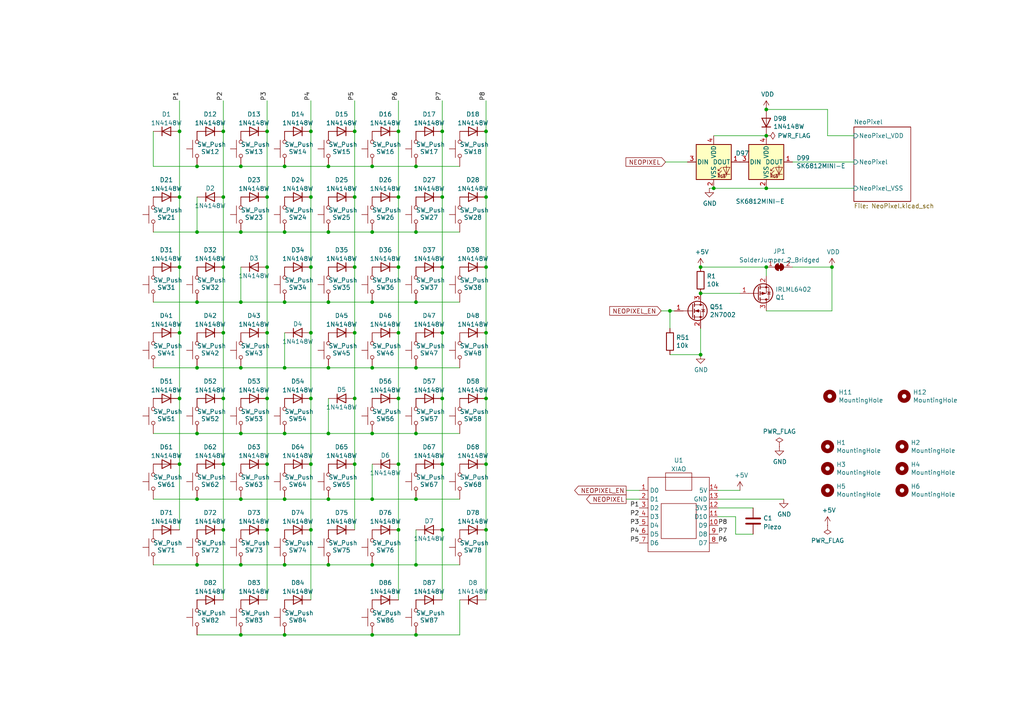
<source format=kicad_sch>
(kicad_sch (version 20211123) (generator eeschema)
  (paper "A4")
  (lib_symbols
    (symbol "Device:C" (pin_numbers hide) (pin_names (offset 0.254))
      (property "Reference" "C" (at 0.635 2.54 0))
      (property "Value" "C" (at 0.635 -2.54 0))
      (symbol "C_1_1"
        (pin passive line (at 0 3.81 270) (length 2.794) (name "~") (number "1"))
        (pin passive line (at 0 -3.81 90) (length 2.794) (name "~") (number "2"))
      )
    )
    (symbol "Device:D" (pin_numbers hide) (pin_names (offset 1.016) hide)
      (property "Reference" "D" (at 0 2.54 0))
      (property "Value" "D" (at 0 -2.54 0))
      (symbol "D_1_1"
        (pin passive line (at -3.81 0 0) (length 2.54) (name "K") (number "1"))
        (pin passive line (at 3.81 0 180) (length 2.54) (name "A") (number "2"))
      )
    )
    (symbol "Device:R" (pin_numbers hide) (pin_names (offset 0))
      (property "Reference" "R" (at 2.032 0 90))
      (property "Value" "R" (at 0 0 90))
      (symbol "R_1_1"
        (pin passive line (at 0 3.81 270) (length 1.27) (name "~") (number "1"))
        (pin passive line (at 0 -3.81 90) (length 1.27) (name "~") (number "2"))
      )
    )
    (symbol "Jumper:SolderJumper_2_Bridged" (pin_names (offset 0) hide)
      (property "Reference" "JP" (at 0 2.032 0))
      (property "Value" "SolderJumper_2_Bridged" (at 0 -2.54 0))
      (symbol "SolderJumper_2_Bridged_1_1"
        (pin passive line (at -3.81 0 0) (length 2.54) (name "A") (number "1"))
        (pin passive line (at 3.81 0 180) (length 2.54) (name "B") (number "2"))
      )
    )
    (symbol "Mechanical:MountingHole" (pin_names (offset 1.016))
      (property "Reference" "H" (at 0 5.08 0))
      (property "Value" "MountingHole" (at 0 3.175 0))
    )
    (symbol "SK6812MINI-E:SK6812MINI-E" (pin_names (offset 0.254))
      (property "Reference" "D" (at 5.08 5.715 0))
      (property "Value" "SK6812MINI-E" (at -7.62 -15.875 0))
      (symbol "SK6812MINI-E_0_0"
        (text "RGB" (at 2.286 -4.191 0) (effects (font (size 0.762 0.762))))
      )
      (symbol "SK6812MINI-E_1_1"
        (pin output line (at 7.62 0 180) (length 2.54) (name "DOUT") (number "1"))
        (pin power_in line (at 0 -7.62 90) (length 2.54) (name "VSS") (number "2"))
        (pin input line (at -7.62 0 0) (length 2.54) (name "DIN") (number "3"))
        (pin power_in line (at 0 7.62 270) (length 2.54) (name "VDD") (number "4"))
      )
    )
    (symbol "SK6812MINI-E_1" (pin_names (offset 0.254))
      (property "Reference" "D" (at 5.08 5.715 0))
      (property "Value" "SK6812MINI-E_1" (at -7.62 -15.875 0))
      (symbol "SK6812MINI-E_1_0_0"
        (text "RGB" (at 2.286 -4.191 0) (effects (font (size 0.762 0.762))))
      )
      (symbol "SK6812MINI-E_1_1_1"
        (pin output line (at 7.62 0 180) (length 2.54) (name "DOUT") (number "1"))
        (pin power_in line (at 0 -7.62 90) (length 2.54) (name "VSS") (number "2"))
        (pin input line (at -7.62 0 0) (length 2.54) (name "DIN") (number "3"))
        (pin power_in line (at 0 7.62 270) (length 2.54) (name "VDD") (number "4"))
      )
    )
    (symbol "Switch:SW_Push" (pin_numbers hide) (pin_names (offset 1.016) hide)
      (property "Reference" "SW" (at 1.27 2.54 0))
      (property "Value" "SW_Push" (at 0 -1.524 0))
      (symbol "SW_Push_0_1"
        (pin passive line (at -5.08 0 0) (length 2.54) (name "1") (number "1"))
        (pin passive line (at 5.08 0 180) (length 2.54) (name "2") (number "2"))
      )
    )
    (symbol "Transistor_FET:2N7002K" (pin_names hide)
      (property "Reference" "Q" (at 5.08 1.905 0))
      (property "Value" "2N7002K" (at 5.08 0 0))
      (symbol "2N7002K_1_1"
        (pin input line (at -5.08 0 0) (length 2.54) (name "G") (number "1"))
        (pin passive line (at 2.54 -5.08 90) (length 2.54) (name "S") (number "2"))
        (pin passive line (at 2.54 5.08 270) (length 2.54) (name "D") (number "3"))
      )
    )
    (symbol "Transistor_FET:IRLML6402" (pin_names hide)
      (property "Reference" "Q" (at 5.08 1.905 0))
      (property "Value" "IRLML6402" (at 5.08 0 0))
      (symbol "IRLML6402_1_1"
        (pin input line (at -5.08 0 0) (length 2.54) (name "G") (number "1"))
        (pin passive line (at 2.54 -5.08 90) (length 2.54) (name "S") (number "2"))
        (pin passive line (at 2.54 5.08 270) (length 2.54) (name "D") (number "3"))
      )
    )
    (symbol "power:+5V" (power) (pin_names (offset 0))
      (property "Value" "+5V" (at 0 3.556 0))
      (symbol "+5V_1_1"
        (pin power_in line (at 0 0 90) (length 0) hide (name "+5V") (number "1"))
      )
    )
    (symbol "power:GND" (power) (pin_names (offset 0))
      (property "Value" "GND" (at 0 -3.81 0))
      (symbol "GND_1_1"
        (pin power_in line (at 0 0 270) (length 0) hide (name "GND") (number "1"))
      )
    )
    (symbol "power:PWR_FLAG" (power) (pin_numbers hide) (pin_names (offset 0) hide)
      (property "Value" "PWR_FLAG" (at 0 3.81 0))
      (symbol "PWR_FLAG_0_0"
        (pin power_out line (at 0 0 90) (length 0) (name "pwr") (number "1"))
      )
    )
    (symbol "power:VDD" (power) (pin_names (offset 0))
      (property "Value" "VDD" (at 0 3.81 0))
      (symbol "VDD_1_1"
        (pin power_in line (at 0 0 90) (length 0) hide (name "VDD") (number "1"))
      )
    )
    (symbol "seeed_xiao:XIAO"
      (property "Reference" "U" (at 0 -7.62 0))
      (property "Value" "XIAO" (at 0 -2.54 0))
      (symbol "XIAO_1_1"
        (pin passive line (at -11.43 3.81 0) (length 2.54) (name "D0") (number "1"))
        (pin passive line (at 11.43 -6.35 180) (length 2.54) (name "D9") (number "10"))
        (pin passive line (at 11.43 -3.81 180) (length 2.54) (name "D10") (number "11"))
        (pin passive line (at 11.43 -1.27 180) (length 2.54) (name "3V3") (number "12"))
        (pin passive line (at 11.43 1.27 180) (length 2.54) (name "GND") (number "13"))
        (pin passive line (at 11.43 3.81 180) (length 2.54) (name "5V") (number "14"))
        (pin passive line (at -11.43 1.27 0) (length 2.54) (name "D1") (number "2"))
        (pin passive line (at -11.43 -1.27 0) (length 2.54) (name "D2") (number "3"))
        (pin passive line (at -11.43 -3.81 0) (length 2.54) (name "D3") (number "4"))
        (pin passive line (at -11.43 -6.35 0) (length 2.54) (name "D4") (number "5"))
        (pin passive line (at -11.43 -8.89 0) (length 2.54) (name "D5") (number "6"))
        (pin passive line (at -11.43 -11.43 0) (length 2.54) (name "D6") (number "7"))
        (pin passive line (at 11.43 -11.43 180) (length 2.54) (name "D7") (number "8"))
        (pin passive line (at 11.43 -8.89 180) (length 2.54) (name "D8") (number "9"))
      )
    )
  )
  (junction (at 69.85 144.78))
  (junction (at 140.97 115.57))
  (junction (at 57.15 144.78))
  (junction (at 52.07 96.52))
  (junction (at 52.07 134.62))
  (junction (at 140.97 153.67))
  (junction (at 102.87 77.47))
  (junction (at 69.85 184.15))
  (junction (at 69.85 87.63))
  (junction (at 57.15 67.31))
  (junction (at 120.65 184.15))
  (junction (at 102.87 96.52))
  (junction (at 57.15 125.73))
  (junction (at 203.2 85.09))
  (junction (at 120.65 144.78))
  (junction (at 95.25 125.73))
  (junction (at 120.65 87.63))
  (junction (at 69.85 125.73))
  (junction (at 77.47 115.57))
  (junction (at 77.47 153.67))
  (junction (at 77.47 96.52))
  (junction (at 52.07 57.15))
  (junction (at 115.57 38.1))
  (junction (at 52.07 38.1))
  (junction (at 82.55 163.83))
  (junction (at 140.97 134.62))
  (junction (at 102.87 115.57))
  (junction (at 140.97 96.52))
  (junction (at 115.57 57.15))
  (junction (at 69.85 163.83))
  (junction (at 222.25 54.61))
  (junction (at 64.77 96.52))
  (junction (at 128.27 96.52))
  (junction (at 82.55 67.31))
  (junction (at 120.65 106.68))
  (junction (at 69.85 48.26))
  (junction (at 128.27 77.47))
  (junction (at 57.15 48.26))
  (junction (at 95.25 106.68))
  (junction (at 140.97 77.47))
  (junction (at 57.15 87.63))
  (junction (at 102.87 38.1))
  (junction (at 95.25 144.78))
  (junction (at 82.55 106.68))
  (junction (at 90.17 134.62))
  (junction (at 107.95 67.31))
  (junction (at 120.65 48.26))
  (junction (at 128.27 115.57))
  (junction (at 107.95 184.15))
  (junction (at 128.27 38.1))
  (junction (at 90.17 115.57))
  (junction (at 140.97 57.15))
  (junction (at 82.55 144.78))
  (junction (at 52.07 77.47))
  (junction (at 194.31 90.17))
  (junction (at 77.47 77.47))
  (junction (at 107.95 125.73))
  (junction (at 95.25 67.31))
  (junction (at 203.2 102.87))
  (junction (at 120.65 67.31))
  (junction (at 82.55 125.73))
  (junction (at 82.55 184.15))
  (junction (at 203.2 77.47))
  (junction (at 52.07 115.57))
  (junction (at 90.17 153.67))
  (junction (at 77.47 134.62))
  (junction (at 140.97 38.1))
  (junction (at 107.95 87.63))
  (junction (at 64.77 38.1))
  (junction (at 107.95 106.68))
  (junction (at 64.77 115.57))
  (junction (at 95.25 48.26))
  (junction (at 102.87 134.62))
  (junction (at 64.77 153.67))
  (junction (at 115.57 134.62))
  (junction (at 82.55 48.26))
  (junction (at 90.17 57.15))
  (junction (at 241.3 77.47))
  (junction (at 69.85 67.31))
  (junction (at 64.77 57.15))
  (junction (at 95.25 87.63))
  (junction (at 57.15 106.68))
  (junction (at 115.57 77.47))
  (junction (at 128.27 57.15))
  (junction (at 90.17 38.1))
  (junction (at 64.77 77.47))
  (junction (at 102.87 57.15))
  (junction (at 120.65 163.83))
  (junction (at 222.25 77.47))
  (junction (at 69.85 106.68))
  (junction (at 207.01 54.61))
  (junction (at 77.47 57.15))
  (junction (at 115.57 115.57))
  (junction (at 128.27 134.62))
  (junction (at 90.17 77.47))
  (junction (at 222.25 31.75))
  (junction (at 77.47 38.1))
  (junction (at 128.27 153.67))
  (junction (at 115.57 153.67))
  (junction (at 115.57 96.52))
  (junction (at 107.95 144.78))
  (junction (at 57.15 163.83))
  (junction (at 222.25 39.37))
  (junction (at 95.25 163.83))
  (junction (at 90.17 96.52))
  (junction (at 107.95 163.83))
  (junction (at 120.65 125.73))
  (junction (at 107.95 48.26))
  (junction (at 82.55 87.63))
  (junction (at 64.77 134.62))
  (wire (pts (xy 57.15 144.78) (xy 69.85 144.78)))
  (wire (pts (xy 57.15 163.83) (xy 69.85 163.83)))
  (wire (pts (xy 120.65 163.83) (xy 133.35 163.83)))
  (wire (pts (xy 57.15 67.31) (xy 69.85 67.31)))
  (wire (pts (xy 140.97 134.62) (xy 140.97 153.67)))
  (wire (pts (xy 213.36 154.94) (xy 218.44 154.94)))
  (wire (pts (xy 102.87 77.47) (xy 102.87 96.52)))
  (wire (pts (xy 240.03 31.75) (xy 240.03 39.37)))
  (wire (pts (xy 115.57 115.57) (xy 115.57 134.62)))
  (wire (pts (xy 44.45 163.83) (xy 57.15 163.83)))
  (wire (pts (xy 95.25 115.57) (xy 95.25 125.73)))
  (wire (pts (xy 140.97 57.15) (xy 140.97 77.47)))
  (wire (pts (xy 115.57 77.47) (xy 115.57 96.52)))
  (wire (pts (xy 107.95 87.63) (xy 120.65 87.63)))
  (wire (pts (xy 207.01 54.61) (xy 222.25 54.61)))
  (wire (pts (xy 203.2 85.09) (xy 214.63 85.09)))
  (wire (pts (xy 102.87 29.21) (xy 102.87 38.1)))
  (wire (pts (xy 77.47 77.47) (xy 77.47 96.52)))
  (wire (pts (xy 90.17 77.47) (xy 90.17 96.52)))
  (wire (pts (xy 107.95 134.62) (xy 107.95 144.78)))
  (wire (pts (xy 115.57 134.62) (xy 115.57 153.67)))
  (wire (pts (xy 44.45 67.31) (xy 57.15 67.31)))
  (wire (pts (xy 115.57 57.15) (xy 115.57 77.47)))
  (wire (pts (xy 90.17 29.21) (xy 90.17 38.1)))
  (wire (pts (xy 229.87 46.99) (xy 247.65 46.99)))
  (wire (pts (xy 57.15 87.63) (xy 69.85 87.63)))
  (wire (pts (xy 208.28 147.32) (xy 218.44 147.32)))
  (wire (pts (xy 115.57 38.1) (xy 115.57 57.15)))
  (wire (pts (xy 77.47 115.57) (xy 77.47 134.62)))
  (wire (pts (xy 194.31 90.17) (xy 191.77 90.17)))
  (wire (pts (xy 95.25 125.73) (xy 107.95 125.73)))
  (wire (pts (xy 52.07 29.21) (xy 52.07 38.1)))
  (wire (pts (xy 107.95 125.73) (xy 120.65 125.73)))
  (wire (pts (xy 208.28 149.86) (xy 213.36 149.86)))
  (wire (pts (xy 107.95 106.68) (xy 120.65 106.68)))
  (wire (pts (xy 120.65 144.78) (xy 133.35 144.78)))
  (wire (pts (xy 120.65 67.31) (xy 133.35 67.31)))
  (wire (pts (xy 213.36 149.86) (xy 213.36 154.94)))
  (wire (pts (xy 207.01 39.37) (xy 222.25 39.37)))
  (wire (pts (xy 69.85 48.26) (xy 57.15 48.26)))
  (wire (pts (xy 44.45 125.73) (xy 57.15 125.73)))
  (wire (pts (xy 52.07 77.47) (xy 52.07 96.52)))
  (wire (pts (xy 229.87 77.47) (xy 241.3 77.47)))
  (wire (pts (xy 82.55 184.15) (xy 107.95 184.15)))
  (wire (pts (xy 107.95 144.78) (xy 120.65 144.78)))
  (wire (pts (xy 208.28 144.78) (xy 227.33 144.78)))
  (wire (pts (xy 120.65 87.63) (xy 133.35 87.63)))
  (wire (pts (xy 107.95 67.31) (xy 120.65 67.31)))
  (wire (pts (xy 82.55 125.73) (xy 95.25 125.73)))
  (wire (pts (xy 208.28 142.24) (xy 214.63 142.24)))
  (wire (pts (xy 64.77 96.52) (xy 64.77 115.57)))
  (wire (pts (xy 95.25 87.63) (xy 107.95 87.63)))
  (wire (pts (xy 193.04 46.99) (xy 199.39 46.99)))
  (wire (pts (xy 222.25 90.17) (xy 241.3 90.17)))
  (wire (pts (xy 69.85 67.31) (xy 82.55 67.31)))
  (wire (pts (xy 120.65 106.68) (xy 133.35 106.68)))
  (wire (pts (xy 82.55 87.63) (xy 95.25 87.63)))
  (wire (pts (xy 128.27 77.47) (xy 128.27 96.52)))
  (wire (pts (xy 203.2 95.25) (xy 203.2 102.87)))
  (wire (pts (xy 64.77 115.57) (xy 64.77 134.62)))
  (wire (pts (xy 69.85 184.15) (xy 82.55 184.15)))
  (wire (pts (xy 69.85 163.83) (xy 82.55 163.83)))
  (wire (pts (xy 57.15 184.15) (xy 69.85 184.15)))
  (wire (pts (xy 120.65 153.67) (xy 120.65 163.83)))
  (wire (pts (xy 69.85 77.47) (xy 69.85 87.63)))
  (wire (pts (xy 120.65 125.73) (xy 133.35 125.73)))
  (wire (pts (xy 64.77 77.47) (xy 64.77 96.52)))
  (wire (pts (xy 64.77 38.1) (xy 64.77 57.15)))
  (wire (pts (xy 95.25 144.78) (xy 107.95 144.78)))
  (wire (pts (xy 222.25 54.61) (xy 247.65 54.61)))
  (wire (pts (xy 203.2 102.87) (xy 194.31 102.87)))
  (wire (pts (xy 77.47 57.15) (xy 77.47 77.47)))
  (wire (pts (xy 102.87 96.52) (xy 102.87 115.57)))
  (wire (pts (xy 140.97 77.47) (xy 140.97 96.52)))
  (wire (pts (xy 82.55 96.52) (xy 82.55 106.68)))
  (wire (pts (xy 57.15 125.73) (xy 69.85 125.73)))
  (wire (pts (xy 52.07 57.15) (xy 52.07 77.47)))
  (wire (pts (xy 128.27 38.1) (xy 128.27 57.15)))
  (wire (pts (xy 90.17 96.52) (xy 90.17 115.57)))
  (wire (pts (xy 82.55 106.68) (xy 95.25 106.68)))
  (wire (pts (xy 102.87 38.1) (xy 102.87 57.15)))
  (wire (pts (xy 205.74 54.61) (xy 207.01 54.61)))
  (wire (pts (xy 52.07 38.1) (xy 52.07 57.15)))
  (wire (pts (xy 102.87 57.15) (xy 102.87 77.47)))
  (wire (pts (xy 57.15 57.15) (xy 57.15 67.31)))
  (wire (pts (xy 52.07 134.62) (xy 52.07 153.67)))
  (wire (pts (xy 69.85 87.63) (xy 82.55 87.63)))
  (wire (pts (xy 115.57 29.21) (xy 115.57 38.1)))
  (wire (pts (xy 64.77 57.15) (xy 64.77 77.47)))
  (wire (pts (xy 90.17 153.67) (xy 90.17 173.99)))
  (wire (pts (xy 195.58 90.17) (xy 194.31 90.17)))
  (wire (pts (xy 241.3 90.17) (xy 241.3 77.47)))
  (wire (pts (xy 69.85 125.73) (xy 82.55 125.73)))
  (wire (pts (xy 95.25 106.68) (xy 107.95 106.68)))
  (wire (pts (xy 64.77 29.21) (xy 64.77 38.1)))
  (wire (pts (xy 44.45 87.63) (xy 57.15 87.63)))
  (wire (pts (xy 95.25 67.31) (xy 107.95 67.31)))
  (wire (pts (xy 82.55 163.83) (xy 95.25 163.83)))
  (wire (pts (xy 128.27 153.67) (xy 128.27 134.62)))
  (wire (pts (xy 133.35 184.15) (xy 120.65 184.15)))
  (wire (pts (xy 102.87 134.62) (xy 102.87 153.67)))
  (wire (pts (xy 77.47 134.62) (xy 77.47 153.67)))
  (wire (pts (xy 107.95 163.83) (xy 120.65 163.83)))
  (wire (pts (xy 64.77 153.67) (xy 64.77 173.99)))
  (wire (pts (xy 77.47 153.67) (xy 77.47 173.99)))
  (wire (pts (xy 90.17 38.1) (xy 90.17 57.15)))
  (wire (pts (xy 140.97 29.21) (xy 140.97 38.1)))
  (wire (pts (xy 90.17 115.57) (xy 90.17 134.62)))
  (wire (pts (xy 181.61 144.78) (xy 185.42 144.78)))
  (wire (pts (xy 52.07 115.57) (xy 52.07 134.62)))
  (wire (pts (xy 115.57 153.67) (xy 115.57 173.99)))
  (wire (pts (xy 120.65 184.15) (xy 107.95 184.15)))
  (wire (pts (xy 115.57 96.52) (xy 115.57 115.57)))
  (wire (pts (xy 120.65 48.26) (xy 133.35 48.26)))
  (wire (pts (xy 77.47 96.52) (xy 77.47 115.57)))
  (wire (pts (xy 240.03 39.37) (xy 247.65 39.37)))
  (wire (pts (xy 57.15 48.26) (xy 44.45 48.26)))
  (wire (pts (xy 128.27 96.52) (xy 128.27 115.57)))
  (wire (pts (xy 140.97 96.52) (xy 140.97 115.57)))
  (wire (pts (xy 82.55 144.78) (xy 95.25 144.78)))
  (wire (pts (xy 140.97 115.57) (xy 140.97 134.62)))
  (wire (pts (xy 44.45 144.78) (xy 57.15 144.78)))
  (wire (pts (xy 90.17 57.15) (xy 90.17 77.47)))
  (wire (pts (xy 181.61 142.24) (xy 185.42 142.24)))
  (wire (pts (xy 90.17 134.62) (xy 90.17 153.67)))
  (wire (pts (xy 107.95 48.26) (xy 95.25 48.26)))
  (wire (pts (xy 82.55 48.26) (xy 69.85 48.26)))
  (wire (pts (xy 133.35 173.99) (xy 133.35 184.15)))
  (wire (pts (xy 140.97 153.67) (xy 140.97 173.99)))
  (wire (pts (xy 64.77 134.62) (xy 64.77 153.67)))
  (wire (pts (xy 77.47 38.1) (xy 77.47 57.15)))
  (wire (pts (xy 128.27 115.57) (xy 128.27 134.62)))
  (wire (pts (xy 128.27 29.21) (xy 128.27 38.1)))
  (wire (pts (xy 95.25 48.26) (xy 82.55 48.26)))
  (wire (pts (xy 120.65 48.26) (xy 107.95 48.26)))
  (wire (pts (xy 44.45 48.26) (xy 44.45 38.1)))
  (wire (pts (xy 69.85 144.78) (xy 82.55 144.78)))
  (wire (pts (xy 77.47 29.21) (xy 77.47 38.1)))
  (wire (pts (xy 194.31 95.25) (xy 194.31 90.17)))
  (wire (pts (xy 222.25 31.75) (xy 240.03 31.75)))
  (wire (pts (xy 128.27 153.67) (xy 128.27 173.99)))
  (wire (pts (xy 44.45 106.68) (xy 57.15 106.68)))
  (wire (pts (xy 102.87 115.57) (xy 102.87 134.62)))
  (wire (pts (xy 52.07 96.52) (xy 52.07 115.57)))
  (wire (pts (xy 140.97 38.1) (xy 140.97 57.15)))
  (wire (pts (xy 128.27 57.15) (xy 128.27 77.47)))
  (wire (pts (xy 203.2 77.47) (xy 222.25 77.47)))
  (wire (pts (xy 82.55 67.31) (xy 95.25 67.31)))
  (wire (pts (xy 222.25 77.47) (xy 222.25 80.01)))
  (wire (pts (xy 95.25 163.83) (xy 107.95 163.83)))
  (wire (pts (xy 69.85 106.68) (xy 82.55 106.68)))
  (wire (pts (xy 57.15 106.68) (xy 69.85 106.68)))
  (label "P6" (at 208.28 157.48 0))
  (label "P4" (at 90.17 29.21 90))
  (label "P4" (at 185.42 154.94 180))
  (label "P2" (at 185.42 149.86 180))
  (label "P5" (at 185.42 157.48 180))
  (label "P3" (at 185.42 152.4 180))
  (label "P7" (at 208.28 154.94 0))
  (label "P6" (at 115.57 29.21 90))
  (label "P1" (at 52.07 29.21 90))
  (label "P2" (at 64.77 29.21 90))
  (label "P3" (at 77.47 29.21 90))
  (label "P7" (at 128.27 29.21 90))
  (label "P8" (at 208.28 152.4 0))
  (label "P1" (at 185.42 147.32 180))
  (label "P8" (at 140.97 29.21 90))
  (label "P5" (at 102.87 29.21 90))
  (global_label "NEOPIXEL_EN" (shape output) (at 181.61 142.24 180) (property "シート間のリファレンス" "${INTERSHEET_REFS}" (effects hide)))
  (global_label "NEOPIXEL" (shape input) (at 193.04 46.99 180) (property "シート間のリファレンス" "${INTERSHEET_REFS}" (effects hide)))
  (global_label "NEOPIXEL_EN" (shape input) (at 191.77 90.17 180) (property "シート間のリファレンス" "${INTERSHEET_REFS}" (effects hide)))
  (global_label "NEOPIXEL" (shape output) (at 181.61 144.78 180) (property "シート間のリファレンス" "${INTERSHEET_REFS}" (effects hide)))
  (symbol (lib_id "Mechanical:MountingHole") (at 240.03 142.24 0) (unit 1)
    (property "Reference" "H5" (at 242.57 141.0716 0) (effects (justify left)))
    (property "Value" "MountingHole" (at 242.57 143.383 0) (effects (justify left)))
    (property "Footprint" "lib:MountingHole_2.2mm_M2" (effects hide))
  )
  (symbol (lib_id "power:GND") (at 226.06 129.54 0) (unit 1)
    (property "Reference" "#PWR0101" (effects hide))
    (property "Value" "GND" (at 226.187 133.9342 0))
  )
  (symbol (lib_id "power:+5V") (at 240.03 152.4 0) (unit 1)
    (property "Reference" "#PWR0103" (effects hide))
    (property "Value" "+5V" (at 240.411 148.0058 0))
  )
  (symbol (lib_id "power:PWR_FLAG") (at 226.06 129.54 0) (unit 1)
    (property "Reference" "#FLG0101" (effects hide))
    (property "Value" "PWR_FLAG" (at 226.06 125.1458 0))
  )
  (symbol (lib_id "power:PWR_FLAG") (at 240.03 152.4 180) (unit 1)
    (property "Reference" "#FLG0103" (effects hide))
    (property "Value" "PWR_FLAG" (at 240.03 156.7942 0))
  )
  (symbol (lib_id "Mechanical:MountingHole") (at 240.03 135.89 0) (unit 1)
    (property "Reference" "H3" (at 242.57 134.7216 0) (effects (justify left)))
    (property "Value" "MountingHole" (at 242.57 137.033 0) (effects (justify left)))
    (property "Footprint" "lib:MountingHole_2.2mm_M2" (effects hide))
  )
  (symbol (lib_id "Mechanical:MountingHole") (at 261.62 135.89 0) (unit 1)
    (property "Reference" "H4" (at 264.16 134.7216 0) (effects (justify left)))
    (property "Value" "MountingHole" (at 264.16 137.033 0) (effects (justify left)))
    (property "Footprint" "lib:MountingHole_2.2mm_M2" (effects hide))
  )
  (symbol (lib_id "Mechanical:MountingHole") (at 261.62 142.24 0) (unit 1)
    (property "Reference" "H6" (at 264.16 141.0716 0) (effects (justify left)))
    (property "Value" "MountingHole" (at 264.16 143.383 0) (effects (justify left)))
    (property "Footprint" "lib:MountingHole_2.2mm_M2" (effects hide))
  )
  (symbol (lib_id "Transistor_FET:2N7002K") (at 200.66 90.17 0) (unit 1)
    (property "Reference" "Q51" (at 205.8416 89.0016 0) (effects (justify left)))
    (property "Value" "2N7002" (at 205.8416 91.313 0) (effects (justify left)))
    (property "Footprint" "Package_TO_SOT_SMD:SOT-23" (effects hide))
    (property "Datasheet" "https://www.diodes.com/assets/Datasheets/ds30896.pdf" (effects hide))
  )
  (symbol (lib_id "power:GND") (at 205.74 54.61 0) (unit 1)
    (property "Reference" "#PWR052" (effects hide))
    (property "Value" "GND" (at 205.867 59.0042 0))
  )
  (symbol (lib_id "SK6812MINI-E:SK6812MINI-E") (at 222.25 46.99 0) (unit 1)
    (property "Reference" "D99" (at 230.9876 45.8216 0) (effects (justify left)))
    (property "Value" "SK6812MINI-E" (at 230.9876 48.133 0) (effects (justify left)))
    (property "Footprint" "lib:SK6812MINI-E_NoSilk-dril-PCBA" (effects hide))
    (property "Datasheet" "https://cdn-shop.adafruit.com/product-files/2686/SK6812MINI_REV.01-1-2.pdf" (effects hide))
  )
  (symbol (lib_id "Device:R") (at 194.31 99.06 0) (unit 1)
    (property "Reference" "R51" (at 196.088 97.8916 0) (effects (justify left)))
    (property "Value" "10k" (at 196.088 100.203 0) (effects (justify left)))
    (property "Footprint" "Resistor_SMD:R_1206_3216Metric_Pad1.30x1.75mm_HandSolder" (effects hide))
  )
  (symbol (lib_id "power:PWR_FLAG") (at 222.25 39.37 270) (unit 1)
    (property "Reference" "#FLG0102" (effects hide))
    (property "Value" "PWR_FLAG" (at 225.5012 39.37 90) (effects (justify left)))
  )
  (symbol (lib_id "Device:D") (at 222.25 35.56 90) (unit 1)
    (property "Reference" "D98" (at 224.282 34.3916 90) (effects (justify right)))
    (property "Value" "1N4148W" (at 224.282 36.703 90) (effects (justify right)))
    (property "Footprint" "lib:D_SOD-123" (effects hide))
  )
  (symbol (lib_id "power:GND") (at 227.33 144.78 0) (unit 1)
    (property "Reference" "#PWR03" (effects hide))
    (property "Value" "GND" (at 227.457 149.1742 0))
  )
  (symbol (lib_id "power:+5V") (at 214.63 142.24 0) (unit 1)
    (property "Reference" "#PWR01" (effects hide))
    (property "Value" "+5V" (at 215.011 137.8458 0))
  )
  (symbol (lib_id "power:VDD") (at 222.25 31.75 0) (unit 1)
    (property "Reference" "#PWR07" (effects hide))
    (property "Value" "VDD" (at 222.631 27.3558 0))
  )
  (symbol (lib_id "power:GND") (at 203.2 102.87 0) (unit 1)
    (property "Reference" "#PWR010" (effects hide))
    (property "Value" "GND" (at 203.327 107.2642 0))
  )
  (symbol (lib_id "Transistor_FET:IRLML6402") (at 219.71 85.09 0) (mirror x) (unit 1)
    (property "Reference" "Q1" (at 224.8916 86.2584 0) (effects (justify left)))
    (property "Value" "IRLML6402" (at 224.8916 83.947 0) (effects (justify left)))
    (property "Footprint" "Package_TO_SOT_SMD:SOT-23" (effects hide))
    (property "Datasheet" "https://www.infineon.com/dgdl/irlml6402pbf.pdf?fileId=5546d462533600a401535668d5c2263c" (effects hide))
  )
  (symbol (lib_id "power:+5V") (at 203.2 77.47 0) (unit 1)
    (property "Reference" "#PWR08" (effects hide))
    (property "Value" "+5V" (at 203.581 73.0758 0))
  )
  (symbol (lib_id "Device:R") (at 203.2 81.28 0) (unit 1)
    (property "Reference" "R1" (at 204.978 80.1116 0) (effects (justify left)))
    (property "Value" "10k" (at 204.978 82.423 0) (effects (justify left)))
    (property "Footprint" "Resistor_SMD:R_1206_3216Metric_Pad1.30x1.75mm_HandSolder" (effects hide))
  )
  (symbol (lib_id "power:VDD") (at 241.3 77.47 0) (unit 1)
    (property "Reference" "#PWR09" (effects hide))
    (property "Value" "VDD" (at 241.681 73.0758 0))
  )
  (symbol (lib_id "Switch:SW_Push") (at 120.65 43.18 90) (mirror x) (unit 1)
    (property "Reference" "SW17" (at 121.793 44.0147 90) (effects (justify right)))
    (property "Value" "SW_Push" (at 120.65 41.91 90) (effects (justify right)))
    (property "Footprint" "lib:SW_Choc_1U" (effects hide))
  )
  (symbol (lib_id "Switch:SW_Push") (at 133.35 139.7 90) (mirror x) (unit 1)
    (property "Reference" "SW68" (at 134.493 140.5347 90) (effects (justify right)))
    (property "Value" "SW_Push" (at 133.35 138.43 90) (effects (justify right)))
    (property "Footprint" "lib:SW_Choc_1U" (effects hide))
  )
  (symbol (lib_id "Device:D") (at 73.66 77.47 0) (unit 1)
    (property "Reference" "D3" (at 73.66 74.93 0))
    (property "Value" "1N4148W" (at 73.66 80.01 0))
    (property "Footprint" "lib:D_SOD-123" (effects hide))
  )
  (symbol (lib_id "Switch:SW_Push") (at 44.45 120.65 90) (mirror x) (unit 1)
    (property "Reference" "SW51" (at 45.593 121.4847 90) (effects (justify right)))
    (property "Value" "SW_Push" (at 44.45 119.38 90) (effects (justify right)))
    (property "Footprint" "lib:SW_Choc_1U" (effects hide))
  )
  (symbol (lib_id "Device:D") (at 111.76 173.99 180) (unit 1)
    (property "Reference" "D86" (at 111.76 169.0202 0))
    (property "Value" "1N4148W" (at 111.76 171.5571 0))
    (property "Footprint" "lib:D_SOD-123" (effects hide))
  )
  (symbol (lib_id "Device:D") (at 124.46 77.47 180) (unit 1)
    (property "Reference" "D37" (at 124.46 72.5002 0))
    (property "Value" "1N4148W" (at 124.46 75.0371 0))
    (property "Footprint" "lib:D_SOD-123" (effects hide))
  )
  (symbol (lib_id "Switch:SW_Push") (at 57.15 101.6 90) (mirror x) (unit 1)
    (property "Reference" "SW42" (at 58.293 102.4347 90) (effects (justify right)))
    (property "Value" "SW_Push" (at 57.15 100.33 90) (effects (justify right)))
    (property "Footprint" "lib:SW_Choc_1U" (effects hide))
  )
  (symbol (lib_id "Switch:SW_Push") (at 133.35 82.55 90) (mirror x) (unit 1)
    (property "Reference" "SW38" (at 134.493 83.3847 90) (effects (justify right)))
    (property "Value" "SW_Push" (at 133.35 81.28 90) (effects (justify right)))
    (property "Footprint" "lib:SW_Choc_1U" (effects hide))
  )
  (symbol (lib_id "Device:D") (at 86.36 153.67 180) (unit 1)
    (property "Reference" "D74" (at 86.36 148.7002 0))
    (property "Value" "1N4148W" (at 86.36 151.2371 0))
    (property "Footprint" "lib:D_SOD-123" (effects hide))
  )
  (symbol (lib_id "Switch:SW_Push") (at 95.25 158.75 90) (mirror x) (unit 1)
    (property "Reference" "SW75" (at 96.393 159.5847 90) (effects (justify right)))
    (property "Value" "SW_Push" (at 95.25 157.48 90) (effects (justify right)))
    (property "Footprint" "lib:SW_Choc_1U" (effects hide))
  )
  (symbol (lib_id "Device:D") (at 60.96 134.62 180) (unit 1)
    (property "Reference" "D62" (at 60.96 129.6502 0))
    (property "Value" "1N4148W" (at 60.96 132.1871 0))
    (property "Footprint" "lib:D_SOD-123" (effects hide))
  )
  (symbol (lib_id "Switch:SW_Push") (at 57.15 120.65 90) (mirror x) (unit 1)
    (property "Reference" "SW52" (at 58.293 121.4847 90) (effects (justify right)))
    (property "Value" "SW_Push" (at 57.15 119.38 90) (effects (justify right)))
    (property "Footprint" "lib:SW_Choc_1U" (effects hide))
  )
  (symbol (lib_id "Switch:SW_Push") (at 120.65 139.7 90) (mirror x) (unit 1)
    (property "Reference" "SW67" (at 121.793 140.5347 90) (effects (justify right)))
    (property "Value" "SW_Push" (at 120.65 138.43 90) (effects (justify right)))
    (property "Footprint" "lib:SW_Choc_1U" (effects hide))
  )
  (symbol (lib_id "Device:D") (at 99.06 38.1 180) (unit 1)
    (property "Reference" "D15" (at 99.06 33.1302 0))
    (property "Value" "1N4148W" (at 99.06 35.6671 0))
    (property "Footprint" "lib:D_SOD-123" (effects hide))
  )
  (symbol (lib_id "Switch:SW_Push") (at 44.45 158.75 90) (mirror x) (unit 1)
    (property "Reference" "SW71" (at 45.593 159.5847 90) (effects (justify right)))
    (property "Value" "SW_Push" (at 44.45 157.48 90) (effects (justify right)))
    (property "Footprint" "lib:SW_Choc_1U" (effects hide))
  )
  (symbol (lib_id "Switch:SW_Push") (at 82.55 139.7 90) (mirror x) (unit 1)
    (property "Reference" "SW64" (at 83.693 140.5347 90) (effects (justify right)))
    (property "Value" "SW_Push" (at 82.55 138.43 90) (effects (justify right)))
    (property "Footprint" "lib:SW_Choc_1U" (effects hide))
  )
  (symbol (lib_id "Switch:SW_Push") (at 107.95 43.18 90) (mirror x) (unit 1)
    (property "Reference" "SW16" (at 109.093 44.0147 90) (effects (justify right)))
    (property "Value" "SW_Push" (at 107.95 41.91 90) (effects (justify right)))
    (property "Footprint" "lib:SW_Choc_1U" (effects hide))
  )
  (symbol (lib_id "Switch:SW_Push") (at 133.35 62.23 90) (mirror x) (unit 1)
    (property "Reference" "SW28" (at 134.493 63.0647 90) (effects (justify right)))
    (property "Value" "SW_Push" (at 133.35 60.96 90) (effects (justify right)))
    (property "Footprint" "lib:SW_Choc_1U" (effects hide))
  )
  (symbol (lib_id "Device:D") (at 111.76 57.15 180) (unit 1)
    (property "Reference" "D26" (at 111.76 52.1802 0))
    (property "Value" "1N4148W" (at 111.76 54.7171 0))
    (property "Footprint" "lib:D_SOD-123" (effects hide))
  )
  (symbol (lib_id "Device:D") (at 60.96 173.99 180) (unit 1)
    (property "Reference" "D82" (at 60.96 169.0202 0))
    (property "Value" "1N4148W" (at 60.96 171.5571 0))
    (property "Footprint" "lib:D_SOD-123" (effects hide))
  )
  (symbol (lib_id "Switch:SW_Push") (at 57.15 179.07 90) (mirror x) (unit 1)
    (property "Reference" "SW82" (at 58.293 179.9047 90) (effects (justify right)))
    (property "Value" "SW_Push" (at 57.15 177.8 90) (effects (justify right)))
    (property "Footprint" "lib:SW_Choc_1U" (effects hide))
  )
  (symbol (lib_id "Device:D") (at 86.36 57.15 180) (unit 1)
    (property "Reference" "D24" (at 86.36 52.1802 0))
    (property "Value" "1N4148W" (at 86.36 54.7171 0))
    (property "Footprint" "lib:D_SOD-123" (effects hide))
  )
  (symbol (lib_id "Switch:SW_Push") (at 133.35 158.75 90) (mirror x) (unit 1)
    (property "Reference" "SW78" (at 134.493 159.5847 90) (effects (justify right)))
    (property "Value" "SW_Push" (at 133.35 157.48 90) (effects (justify right)))
    (property "Footprint" "lib:SW_Choc_1U" (effects hide))
  )
  (symbol (lib_id "Switch:SW_Push") (at 95.25 101.6 90) (mirror x) (unit 1)
    (property "Reference" "SW45" (at 96.393 102.4347 90) (effects (justify right)))
    (property "Value" "SW_Push" (at 95.25 100.33 90) (effects (justify right)))
    (property "Footprint" "lib:SW_Choc_1U" (effects hide))
  )
  (symbol (lib_id "Device:D") (at 73.66 153.67 180) (unit 1)
    (property "Reference" "D73" (at 73.66 148.7002 0))
    (property "Value" "1N4148W" (at 73.66 151.2371 0))
    (property "Footprint" "lib:D_SOD-123" (effects hide))
  )
  (symbol (lib_id "Switch:SW_Push") (at 120.65 82.55 90) (mirror x) (unit 1)
    (property "Reference" "SW37" (at 121.793 83.3847 90) (effects (justify right)))
    (property "Value" "SW_Push" (at 120.65 81.28 90) (effects (justify right)))
    (property "Footprint" "lib:SW_Choc_1U" (effects hide))
  )
  (symbol (lib_id "Device:D") (at 48.26 38.1 0) (unit 1)
    (property "Reference" "D1" (at 48.26 33.1302 0))
    (property "Value" "1N4148W" (at 48.26 35.6671 0))
    (property "Footprint" "lib:D_SOD-123" (effects hide))
  )
  (symbol (lib_id "Switch:SW_Push") (at 69.85 62.23 90) (mirror x) (unit 1)
    (property "Reference" "SW23" (at 70.993 63.0647 90) (effects (justify right)))
    (property "Value" "SW_Push" (at 69.85 60.96 90) (effects (justify right)))
    (property "Footprint" "lib:SW_Choc_1U" (effects hide))
  )
  (symbol (lib_id "seeed_xiao:XIAO") (at 196.85 146.05 0) (unit 1)
    (property "Reference" "U1" (at 196.85 133.511 0))
    (property "Value" "XIAO" (at 196.85 136.0479 0))
    (property "Footprint" "lib:Seeed XIAO SMD" (effects hide))
  )
  (symbol (lib_id "Device:D") (at 137.16 96.52 180) (unit 1)
    (property "Reference" "D48" (at 137.16 91.5502 0))
    (property "Value" "1N4148W" (at 137.16 94.0871 0))
    (property "Footprint" "lib:D_SOD-123" (effects hide))
  )
  (symbol (lib_id "Device:D") (at 137.16 153.67 180) (unit 1)
    (property "Reference" "D78" (at 137.16 148.7002 0))
    (property "Value" "1N4148W" (at 137.16 151.2371 0))
    (property "Footprint" "lib:D_SOD-123" (effects hide))
  )
  (symbol (lib_id "Switch:SW_Push") (at 69.85 139.7 90) (mirror x) (unit 1)
    (property "Reference" "SW63" (at 70.993 140.5347 90) (effects (justify right)))
    (property "Value" "SW_Push" (at 69.85 138.43 90) (effects (justify right)))
    (property "Footprint" "lib:SW_Choc_1U" (effects hide))
  )
  (symbol (lib_id "Switch:SW_Push") (at 82.55 179.07 90) (mirror x) (unit 1)
    (property "Reference" "SW84" (at 83.693 179.9047 90) (effects (justify right)))
    (property "Value" "SW_Push" (at 82.55 177.8 90) (effects (justify right)))
    (property "Footprint" "lib:SW_Choc_1U" (effects hide))
  )
  (symbol (lib_id "Switch:SW_Push") (at 82.55 158.75 90) (mirror x) (unit 1)
    (property "Reference" "SW74" (at 83.693 159.5847 90) (effects (justify right)))
    (property "Value" "SW_Push" (at 82.55 157.48 90) (effects (justify right)))
    (property "Footprint" "lib:SW_Choc_1U" (effects hide))
  )
  (symbol (lib_id "Device:D") (at 99.06 153.67 180) (unit 1)
    (property "Reference" "D75" (at 99.06 148.7002 0))
    (property "Value" "1N4148W" (at 99.06 151.2371 0))
    (property "Footprint" "lib:D_SOD-123" (effects hide))
  )
  (symbol (lib_id "Device:D") (at 137.16 173.99 0) (unit 1)
    (property "Reference" "D8" (at 137.16 169.0202 0))
    (property "Value" "1N4148W" (at 137.16 171.5571 0))
    (property "Footprint" "lib:D_SOD-123" (effects hide))
  )
  (symbol (lib_id "Jumper:SolderJumper_2_Bridged") (at 226.06 77.47 0) (unit 1)
    (property "Reference" "JP1" (at 226.06 72.8812 0))
    (property "Value" "SolderJumper_2_Bridged" (at 226.06 75.4181 0))
    (property "Footprint" "Jumper:SolderJumper-2_P1.3mm_Bridged_RoundedPad1.0x1.5mm" (effects hide))
  )
  (symbol (lib_id "Device:D") (at 124.46 38.1 180) (unit 1)
    (property "Reference" "D17" (at 124.46 33.1302 0))
    (property "Value" "1N4148W" (at 124.46 35.6671 0))
    (property "Footprint" "lib:D_SOD-123" (effects hide))
  )
  (symbol (lib_id "Device:D") (at 111.76 134.62 0) (unit 1)
    (property "Reference" "D6" (at 111.76 132.08 0))
    (property "Value" "1N4148W" (at 111.76 137.16 0))
    (property "Footprint" "lib:D_SOD-123" (effects hide))
  )
  (symbol (lib_id "Device:D") (at 48.26 115.57 180) (unit 1)
    (property "Reference" "D51" (at 48.26 110.6002 0))
    (property "Value" "1N4148W" (at 48.26 113.1371 0))
    (property "Footprint" "lib:D_SOD-123" (effects hide))
  )
  (symbol (lib_id "Switch:SW_Push") (at 107.95 101.6 90) (mirror x) (unit 1)
    (property "Reference" "SW46" (at 109.093 102.4347 90) (effects (justify right)))
    (property "Value" "SW_Push" (at 107.95 100.33 90) (effects (justify right)))
    (property "Footprint" "lib:SW_Choc_1U" (effects hide))
  )
  (symbol (lib_id "Device:D") (at 137.16 77.47 180) (unit 1)
    (property "Reference" "D38" (at 137.16 72.5002 0))
    (property "Value" "1N4148W" (at 137.16 75.0371 0))
    (property "Footprint" "lib:D_SOD-123" (effects hide))
  )
  (symbol (lib_id "Device:D") (at 111.76 96.52 180) (unit 1)
    (property "Reference" "D46" (at 111.76 91.5502 0))
    (property "Value" "1N4148W" (at 111.76 94.0871 0))
    (property "Footprint" "lib:D_SOD-123" (effects hide))
  )
  (symbol (lib_id "Switch:SW_Push") (at 107.95 82.55 90) (mirror x) (unit 1)
    (property "Reference" "SW36" (at 109.093 83.3847 90) (effects (justify right)))
    (property "Value" "SW_Push" (at 107.95 81.28 90) (effects (justify right)))
    (property "Footprint" "lib:SW_Choc_1U" (effects hide))
  )
  (symbol (lib_id "Switch:SW_Push") (at 69.85 158.75 90) (mirror x) (unit 1)
    (property "Reference" "SW73" (at 70.993 159.5847 90) (effects (justify right)))
    (property "Value" "SW_Push" (at 69.85 157.48 90) (effects (justify right)))
    (property "Footprint" "lib:SW_Choc_1U" (effects hide))
  )
  (symbol (lib_id "Device:D") (at 124.46 134.62 180) (unit 1)
    (property "Reference" "D67" (at 124.46 129.6502 0))
    (property "Value" "1N4148W" (at 124.46 132.1871 0))
    (property "Footprint" "lib:D_SOD-123" (effects hide))
  )
  (symbol (lib_id "Device:D") (at 99.06 115.57 0) (unit 1)
    (property "Reference" "D5" (at 99.06 113.03 0))
    (property "Value" "1N4148W" (at 99.06 118.11 0))
    (property "Footprint" "lib:D_SOD-123" (effects hide))
  )
  (symbol (lib_id "Device:D") (at 86.36 173.99 180) (unit 1)
    (property "Reference" "D84" (at 86.36 169.0202 0))
    (property "Value" "1N4148W" (at 86.36 171.5571 0))
    (property "Footprint" "lib:D_SOD-123" (effects hide))
  )
  (symbol (lib_id "Device:D") (at 60.96 115.57 180) (unit 1)
    (property "Reference" "D52" (at 60.96 110.6002 0))
    (property "Value" "1N4148W" (at 60.96 113.1371 0))
    (property "Footprint" "lib:D_SOD-123" (effects hide))
  )
  (symbol (lib_id "Switch:SW_Push") (at 57.15 158.75 90) (mirror x) (unit 1)
    (property "Reference" "SW72" (at 58.293 159.5847 90) (effects (justify right)))
    (property "Value" "SW_Push" (at 57.15 157.48 90) (effects (justify right)))
    (property "Footprint" "lib:SW_Choc_1U" (effects hide))
  )
  (symbol (lib_id "Device:D") (at 86.36 77.47 180) (unit 1)
    (property "Reference" "D34" (at 86.36 72.5002 0))
    (property "Value" "1N4148W" (at 86.36 75.0371 0))
    (property "Footprint" "lib:D_SOD-123" (effects hide))
  )
  (symbol (lib_id "Switch:SW_Push") (at 82.55 62.23 90) (mirror x) (unit 1)
    (property "Reference" "SW24" (at 83.693 63.0647 90) (effects (justify right)))
    (property "Value" "SW_Push" (at 82.55 60.96 90) (effects (justify right)))
    (property "Footprint" "lib:SW_Choc_1U" (effects hide))
  )
  (symbol (lib_id "Mechanical:MountingHole") (at 262.255 114.935 0) (unit 1)
    (property "Reference" "H12" (at 264.795 113.7666 0) (effects (justify left)))
    (property "Value" "MountingHole" (at 264.795 116.078 0) (effects (justify left)))
    (property "Footprint" "lib:MountingHole_2.2mm_M2" (effects hide))
  )
  (symbol (lib_id "Switch:SW_Push") (at 120.65 179.07 90) (mirror x) (unit 1)
    (property "Reference" "SW87" (at 121.793 179.9047 90) (effects (justify right)))
    (property "Value" "SW_Push" (at 120.65 177.8 90) (effects (justify right)))
    (property "Footprint" "lib:SW_Choc_1U" (effects hide))
  )
  (symbol (lib_id "Device:D") (at 99.06 57.15 180) (unit 1)
    (property "Reference" "D25" (at 99.06 52.1802 0))
    (property "Value" "1N4148W" (at 99.06 54.7171 0))
    (property "Footprint" "lib:D_SOD-123" (effects hide))
  )
  (symbol (lib_id "Switch:SW_Push") (at 95.25 43.18 90) (mirror x) (unit 1)
    (property "Reference" "SW15" (at 96.393 44.0147 90) (effects (justify right)))
    (property "Value" "SW_Push" (at 95.25 41.91 90) (effects (justify right)))
    (property "Footprint" "lib:SW_Choc_1U" (effects hide))
  )
  (symbol (lib_id "Switch:SW_Push") (at 82.55 82.55 90) (mirror x) (unit 1)
    (property "Reference" "SW34" (at 83.693 83.3847 90) (effects (justify right)))
    (property "Value" "SW_Push" (at 82.55 81.28 90) (effects (justify right)))
    (property "Footprint" "lib:SW_Choc_1U" (effects hide))
  )
  (symbol (lib_id "Switch:SW_Push") (at 44.45 62.23 90) (mirror x) (unit 1)
    (property "Reference" "SW21" (at 45.593 63.0647 90) (effects (justify right)))
    (property "Value" "SW_Push" (at 44.45 60.96 90) (effects (justify right)))
    (property "Footprint" "lib:SW_Choc_1U" (effects hide))
  )
  (symbol (lib_id "Device:D") (at 111.76 77.47 180) (unit 1)
    (property "Reference" "D36" (at 111.76 72.5002 0))
    (property "Value" "1N4148W" (at 111.76 75.0371 0))
    (property "Footprint" "lib:D_SOD-123" (effects hide))
  )
  (symbol (lib_id "Device:D") (at 124.46 173.99 180) (unit 1)
    (property "Reference" "D87" (at 124.46 169.0202 0))
    (property "Value" "1N4148W" (at 124.46 171.5571 0))
    (property "Footprint" "lib:D_SOD-123" (effects hide))
  )
  (symbol (lib_id "Switch:SW_Push") (at 95.25 62.23 90) (mirror x) (unit 1)
    (property "Reference" "SW25" (at 96.393 63.0647 90) (effects (justify right)))
    (property "Value" "SW_Push" (at 95.25 60.96 90) (effects (justify right)))
    (property "Footprint" "lib:SW_Choc_1U" (effects hide))
  )
  (symbol (lib_id "Device:D") (at 99.06 134.62 180) (unit 1)
    (property "Reference" "D65" (at 99.06 129.6502 0))
    (property "Value" "1N4148W" (at 99.06 132.1871 0))
    (property "Footprint" "lib:D_SOD-123" (effects hide))
  )
  (symbol (lib_id "Switch:SW_Push") (at 69.85 120.65 90) (mirror x) (unit 1)
    (property "Reference" "SW53" (at 70.993 121.4847 90) (effects (justify right)))
    (property "Value" "SW_Push" (at 69.85 119.38 90) (effects (justify right)))
    (property "Footprint" "lib:SW_Choc_1U" (effects hide))
  )
  (symbol (lib_id "Device:D") (at 48.26 153.67 180) (unit 1)
    (property "Reference" "D71" (at 48.26 148.7002 0))
    (property "Value" "1N4148W" (at 48.26 151.2371 0))
    (property "Footprint" "lib:D_SOD-123" (effects hide))
  )
  (symbol (lib_id "Switch:SW_Push") (at 57.15 82.55 90) (mirror x) (unit 1)
    (property "Reference" "SW32" (at 58.293 83.3847 90) (effects (justify right)))
    (property "Value" "SW_Push" (at 57.15 81.28 90) (effects (justify right)))
    (property "Footprint" "lib:SW_Choc_1U" (effects hide))
  )
  (symbol (lib_id "Switch:SW_Push") (at 69.85 179.07 90) (mirror x) (unit 1)
    (property "Reference" "SW83" (at 70.993 179.9047 90) (effects (justify right)))
    (property "Value" "SW_Push" (at 69.85 177.8 90) (effects (justify right)))
    (property "Footprint" "lib:SW_Choc_1U" (effects hide))
  )
  (symbol (lib_id "Switch:SW_Push") (at 82.55 43.18 90) (mirror x) (unit 1)
    (property "Reference" "SW14" (at 83.693 44.0147 90) (effects (justify right)))
    (property "Value" "SW_Push" (at 82.55 41.91 90) (effects (justify right)))
    (property "Footprint" "lib:SW_Choc_1U" (effects hide))
  )
  (symbol (lib_id "Switch:SW_Push") (at 69.85 101.6 90) (mirror x) (unit 1)
    (property "Reference" "SW43" (at 70.993 102.4347 90) (effects (justify right)))
    (property "Value" "SW_Push" (at 69.85 100.33 90) (effects (justify right)))
    (property "Footprint" "lib:SW_Choc_1U" (effects hide))
  )
  (symbol (lib_id "Device:D") (at 137.16 134.62 180) (unit 1)
    (property "Reference" "D68" (at 137.16 129.6502 0))
    (property "Value" "1N4148W" (at 137.16 132.1871 0))
    (property "Footprint" "lib:D_SOD-123" (effects hide))
  )
  (symbol (lib_id "Device:D") (at 124.46 153.67 0) (unit 1)
    (property "Reference" "D7" (at 124.46 151.13 0))
    (property "Value" "1N4148W" (at 124.46 156.21 0))
    (property "Footprint" "lib:D_SOD-123" (effects hide))
  )
  (symbol (lib_id "Switch:SW_Push") (at 69.85 43.18 90) (mirror x) (unit 1)
    (property "Reference" "SW13" (at 70.993 44.0147 90) (effects (justify right)))
    (property "Value" "SW_Push" (at 69.85 41.91 90) (effects (justify right)))
    (property "Footprint" "lib:SW_Choc_1U" (effects hide))
  )
  (symbol (lib_id "Device:D") (at 73.66 173.99 180) (unit 1)
    (property "Reference" "D83" (at 73.66 169.0202 0))
    (property "Value" "1N4148W" (at 73.66 171.5571 0))
    (property "Footprint" "lib:D_SOD-123" (effects hide))
  )
  (symbol (lib_id "Switch:SW_Push") (at 95.25 139.7 90) (mirror x) (unit 1)
    (property "Reference" "SW65" (at 96.393 140.5347 90) (effects (justify right)))
    (property "Value" "SW_Push" (at 95.25 138.43 90) (effects (justify right)))
    (property "Footprint" "lib:SW_Choc_1U" (effects hide))
  )
  (symbol (lib_id "Device:D") (at 60.96 77.47 180) (unit 1)
    (property "Reference" "D32" (at 60.96 72.5002 0))
    (property "Value" "1N4148W" (at 60.96 75.0371 0))
    (property "Footprint" "lib:D_SOD-123" (effects hide))
  )
  (symbol (lib_id "Device:D") (at 86.36 134.62 180) (unit 1)
    (property "Reference" "D64" (at 86.36 129.6502 0))
    (property "Value" "1N4148W" (at 86.36 132.1871 0))
    (property "Footprint" "lib:D_SOD-123" (effects hide))
  )
  (symbol (lib_id "Switch:SW_Push") (at 44.45 82.55 90) (mirror x) (unit 1)
    (property "Reference" "SW31" (at 45.593 83.3847 90) (effects (justify right)))
    (property "Value" "SW_Push" (at 44.45 81.28 90) (effects (justify right)))
    (property "Footprint" "lib:SW_Choc_1U" (effects hide))
  )
  (symbol (lib_id "Device:D") (at 48.26 134.62 180) (unit 1)
    (property "Reference" "D61" (at 48.26 129.6502 0))
    (property "Value" "1N4148W" (at 48.26 132.1871 0))
    (property "Footprint" "lib:D_SOD-123" (effects hide))
  )
  (symbol (lib_id "Device:C") (at 218.44 151.13 0) (unit 1)
    (property "Reference" "C1" (at 221.361 150.2953 0) (effects (justify left)))
    (property "Value" "Piezo" (at 221.361 152.8322 0) (effects (justify left)))
    (property "Footprint" "Capacitor_THT:C_Radial_D10.0mm_H12.5mm_P5.00mm" (effects hide))
  )
  (symbol (lib_id "Device:D") (at 137.16 57.15 180) (unit 1)
    (property "Reference" "D28" (at 137.16 52.1802 0))
    (property "Value" "1N4148W" (at 137.16 54.7171 0))
    (property "Footprint" "lib:D_SOD-123" (effects hide))
  )
  (symbol (lib_name "SK6812MINI-E_1") (lib_id "SK6812MINI-E:SK6812MINI-E") (at 207.01 46.99 0) (unit 1)
    (property "Reference" "D97" (at 213.36 44.45 0) (effects (justify left)))
    (property "Value" "SK6812MINI-E" (at 213.36 58.42 0) (effects (justify left)))
    (property "Footprint" "lib:SK6812MINI-E_NoSilk-dril-PCBA" (effects hide))
    (property "Datasheet" "https://cdn-shop.adafruit.com/product-files/2686/SK6812MINI_REV.01-1-2.pdf" (effects hide))
  )
  (symbol (lib_id "Device:D") (at 60.96 38.1 180) (unit 1)
    (property "Reference" "D12" (at 60.96 33.1302 0))
    (property "Value" "1N4148W" (at 60.96 35.6671 0))
    (property "Footprint" "lib:D_SOD-123" (effects hide))
  )
  (symbol (lib_id "Switch:SW_Push") (at 107.95 179.07 90) (mirror x) (unit 1)
    (property "Reference" "SW86" (at 109.093 179.9047 90) (effects (justify right)))
    (property "Value" "SW_Push" (at 107.95 177.8 90) (effects (justify right)))
    (property "Footprint" "lib:SW_Choc_1U" (effects hide))
  )
  (symbol (lib_id "Switch:SW_Push") (at 57.15 139.7 90) (mirror x) (unit 1)
    (property "Reference" "SW62" (at 58.293 140.5347 90) (effects (justify right)))
    (property "Value" "SW_Push" (at 57.15 138.43 90) (effects (justify right)))
    (property "Footprint" "lib:SW_Choc_1U" (effects hide))
  )
  (symbol (lib_id "Device:D") (at 60.96 57.15 0) (unit 1)
    (property "Reference" "D2" (at 60.96 54.61 0))
    (property "Value" "1N4148W" (at 60.96 59.69 0))
    (property "Footprint" "lib:D_SOD-123" (effects hide))
  )
  (symbol (lib_id "Device:D") (at 111.76 153.67 180) (unit 1)
    (property "Reference" "D76" (at 111.76 148.7002 0))
    (property "Value" "1N4148W" (at 111.76 151.2371 0))
    (property "Footprint" "lib:D_SOD-123" (effects hide))
  )
  (symbol (lib_id "Device:D") (at 111.76 115.57 180) (unit 1)
    (property "Reference" "D56" (at 111.76 110.6002 0))
    (property "Value" "1N4148W" (at 111.76 113.1371 0))
    (property "Footprint" "lib:D_SOD-123" (effects hide))
  )
  (symbol (lib_id "Device:D") (at 60.96 153.67 180) (unit 1)
    (property "Reference" "D72" (at 60.96 148.7002 0))
    (property "Value" "1N4148W" (at 60.96 151.2371 0))
    (property "Footprint" "lib:D_SOD-123" (effects hide))
  )
  (symbol (lib_id "Switch:SW_Push") (at 120.65 120.65 90) (mirror x) (unit 1)
    (property "Reference" "SW57" (at 121.793 121.4847 90) (effects (justify right)))
    (property "Value" "SW_Push" (at 120.65 119.38 90) (effects (justify right)))
    (property "Footprint" "lib:SW_Choc_1U" (effects hide))
  )
  (symbol (lib_id "Device:D") (at 73.66 96.52 180) (unit 1)
    (property "Reference" "D43" (at 73.66 91.5502 0))
    (property "Value" "1N4148W" (at 73.66 94.0871 0))
    (property "Footprint" "lib:D_SOD-123" (effects hide))
  )
  (symbol (lib_id "Switch:SW_Push") (at 44.45 101.6 90) (mirror x) (unit 1)
    (property "Reference" "SW41" (at 45.593 102.4347 90) (effects (justify right)))
    (property "Value" "SW_Push" (at 44.45 100.33 90) (effects (justify right)))
    (property "Footprint" "lib:SW_Choc_1U" (effects hide))
  )
  (symbol (lib_id "Device:D") (at 99.06 96.52 180) (unit 1)
    (property "Reference" "D45" (at 99.06 91.5502 0))
    (property "Value" "1N4148W" (at 99.06 94.0871 0))
    (property "Footprint" "lib:D_SOD-123" (effects hide))
  )
  (symbol (lib_id "Device:D") (at 60.96 96.52 180) (unit 1)
    (property "Reference" "D42" (at 60.96 91.5502 0))
    (property "Value" "1N4148W" (at 60.96 94.0871 0))
    (property "Footprint" "lib:D_SOD-123" (effects hide))
  )
  (symbol (lib_id "Device:D") (at 73.66 57.15 180) (unit 1)
    (property "Reference" "D23" (at 73.66 52.1802 0))
    (property "Value" "1N4148W" (at 73.66 54.7171 0))
    (property "Footprint" "lib:D_SOD-123" (effects hide))
  )
  (symbol (lib_id "Switch:SW_Push") (at 107.95 120.65 90) (mirror x) (unit 1)
    (property "Reference" "SW56" (at 109.093 121.4847 90) (effects (justify right)))
    (property "Value" "SW_Push" (at 107.95 119.38 90) (effects (justify right)))
    (property "Footprint" "lib:SW_Choc_1U" (effects hide))
  )
  (symbol (lib_id "Device:D") (at 137.16 115.57 180) (unit 1)
    (property "Reference" "D58" (at 137.16 110.6002 0))
    (property "Value" "1N4148W" (at 137.16 113.1371 0))
    (property "Footprint" "lib:D_SOD-123" (effects hide))
  )
  (symbol (lib_id "Switch:SW_Push") (at 107.95 158.75 90) (mirror x) (unit 1)
    (property "Reference" "SW76" (at 109.093 159.5847 90) (effects (justify right)))
    (property "Value" "SW_Push" (at 107.95 157.48 90) (effects (justify right)))
    (property "Footprint" "lib:SW_Choc_1U" (effects hide))
  )
  (symbol (lib_id "Device:D") (at 124.46 96.52 180) (unit 1)
    (property "Reference" "D47" (at 124.46 91.5502 0))
    (property "Value" "1N4148W" (at 124.46 94.0871 0))
    (property "Footprint" "lib:D_SOD-123" (effects hide))
  )
  (symbol (lib_id "Switch:SW_Push") (at 82.55 120.65 90) (mirror x) (unit 1)
    (property "Reference" "SW54" (at 83.693 121.4847 90) (effects (justify right)))
    (property "Value" "SW_Push" (at 82.55 119.38 90) (effects (justify right)))
    (property "Footprint" "lib:SW_Choc_1U" (effects hide))
  )
  (symbol (lib_id "Device:D") (at 124.46 115.57 180) (unit 1)
    (property "Reference" "D57" (at 124.46 110.6002 0))
    (property "Value" "1N4148W" (at 124.46 113.1371 0))
    (property "Footprint" "lib:D_SOD-123" (effects hide))
  )
  (symbol (lib_id "Switch:SW_Push") (at 133.35 43.18 90) (mirror x) (unit 1)
    (property "Reference" "SW18" (at 134.493 44.0147 90) (effects (justify right)))
    (property "Value" "SW_Push" (at 133.35 41.91 90) (effects (justify right)))
    (property "Footprint" "lib:SW_Choc_1U" (effects hide))
  )
  (symbol (lib_id "Mechanical:MountingHole") (at 261.62 129.54 0) (unit 1)
    (property "Reference" "H2" (at 264.16 128.3716 0) (effects (justify left)))
    (property "Value" "MountingHole" (at 264.16 130.683 0) (effects (justify left)))
    (property "Footprint" "lib:MountingHole_2.2mm_M2" (effects hide))
  )
  (symbol (lib_id "Device:D") (at 86.36 96.52 0) (unit 1)
    (property "Reference" "D4" (at 86.36 93.98 0))
    (property "Value" "1N4148W" (at 86.36 99.06 0))
    (property "Footprint" "lib:D_SOD-123" (effects hide))
  )
  (symbol (lib_id "Device:D") (at 73.66 38.1 180) (unit 1)
    (property "Reference" "D13" (at 73.66 33.1302 0))
    (property "Value" "1N4148W" (at 73.66 35.6671 0))
    (property "Footprint" "lib:D_SOD-123" (effects hide))
  )
  (symbol (lib_id "Device:D") (at 137.16 38.1 180) (unit 1)
    (property "Reference" "D18" (at 137.16 33.1302 0))
    (property "Value" "1N4148W" (at 137.16 35.6671 0))
    (property "Footprint" "lib:D_SOD-123" (effects hide))
  )
  (symbol (lib_id "Switch:SW_Push") (at 120.65 62.23 90) (mirror x) (unit 1)
    (property "Reference" "SW27" (at 121.793 63.0647 90) (effects (justify right)))
    (property "Value" "SW_Push" (at 120.65 60.96 90) (effects (justify right)))
    (property "Footprint" "lib:SW_Choc_1U" (effects hide))
  )
  (symbol (lib_id "Device:D") (at 73.66 115.57 180) (unit 1)
    (property "Reference" "D53" (at 73.66 110.6002 0))
    (property "Value" "1N4148W" (at 73.66 113.1371 0))
    (property "Footprint" "lib:D_SOD-123" (effects hide))
  )
  (symbol (lib_id "Device:D") (at 86.36 38.1 180) (unit 1)
    (property "Reference" "D14" (at 86.36 33.1302 0))
    (property "Value" "1N4148W" (at 86.36 35.6671 0))
    (property "Footprint" "lib:D_SOD-123" (effects hide))
  )
  (symbol (lib_id "Switch:SW_Push") (at 133.35 101.6 90) (mirror x) (unit 1)
    (property "Reference" "SW48" (at 134.493 102.4347 90) (effects (justify right)))
    (property "Value" "SW_Push" (at 133.35 100.33 90) (effects (justify right)))
    (property "Footprint" "lib:SW_Choc_1U" (effects hide))
  )
  (symbol (lib_id "Switch:SW_Push") (at 95.25 82.55 90) (mirror x) (unit 1)
    (property "Reference" "SW35" (at 96.393 83.3847 90) (effects (justify right)))
    (property "Value" "SW_Push" (at 95.25 81.28 90) (effects (justify right)))
    (property "Footprint" "lib:SW_Choc_1U" (effects hide))
  )
  (symbol (lib_id "Device:D") (at 99.06 77.47 180) (unit 1)
    (property "Reference" "D35" (at 99.06 72.5002 0))
    (property "Value" "1N4148W" (at 99.06 75.0371 0))
    (property "Footprint" "lib:D_SOD-123" (effects hide))
  )
  (symbol (lib_id "Switch:SW_Push") (at 120.65 101.6 90) (mirror x) (unit 1)
    (property "Reference" "SW47" (at 121.793 102.4347 90) (effects (justify right)))
    (property "Value" "SW_Push" (at 120.65 100.33 90) (effects (justify right)))
    (property "Footprint" "lib:SW_Choc_1U" (effects hide))
  )
  (symbol (lib_id "Device:D") (at 73.66 134.62 180) (unit 1)
    (property "Reference" "D63" (at 73.66 129.6502 0))
    (property "Value" "1N4148W" (at 73.66 132.1871 0))
    (property "Footprint" "lib:D_SOD-123" (effects hide))
  )
  (symbol (lib_id "Device:D") (at 48.26 57.15 180) (unit 1)
    (property "Reference" "D21" (at 48.26 52.1802 0))
    (property "Value" "1N4148W" (at 48.26 54.7171 0))
    (property "Footprint" "lib:D_SOD-123" (effects hide))
  )
  (symbol (lib_id "Device:D") (at 111.76 38.1 180) (unit 1)
    (property "Reference" "D16" (at 111.76 33.1302 0))
    (property "Value" "1N4148W" (at 111.76 35.6671 0))
    (property "Footprint" "lib:D_SOD-123" (effects hide))
  )
  (symbol (lib_id "Switch:SW_Push") (at 133.35 120.65 90) (mirror x) (unit 1)
    (property "Reference" "SW58" (at 134.493 121.4847 90) (effects (justify right)))
    (property "Value" "SW_Push" (at 133.35 119.38 90) (effects (justify right)))
    (property "Footprint" "lib:SW_Choc_1U" (effects hide))
  )
  (symbol (lib_id "Device:D") (at 86.36 115.57 180) (unit 1)
    (property "Reference" "D54" (at 86.36 110.6002 0))
    (property "Value" "1N4148W" (at 86.36 113.1371 0))
    (property "Footprint" "lib:D_SOD-123" (effects hide))
  )
  (symbol (lib_id "Switch:SW_Push") (at 57.15 43.18 90) (mirror x) (unit 1)
    (property "Reference" "SW12" (at 58.293 44.0147 90) (effects (justify right)))
    (property "Value" "SW_Push" (at 57.15 41.91 90) (effects (justify right)))
    (property "Footprint" "lib:SW_Choc_1U" (effects hide))
  )
  (symbol (lib_id "Mechanical:MountingHole") (at 240.03 129.54 0) (unit 1)
    (property "Reference" "H1" (at 242.57 128.3716 0) (effects (justify left)))
    (property "Value" "MountingHole" (at 242.57 130.683 0) (effects (justify left)))
    (property "Footprint" "lib:MountingHole_2.2mm_M2" (effects hide))
  )
  (symbol (lib_id "Device:D") (at 48.26 96.52 180) (unit 1)
    (property "Reference" "D41" (at 48.26 91.5502 0))
    (property "Value" "1N4148W" (at 48.26 94.0871 0))
    (property "Footprint" "lib:D_SOD-123" (effects hide))
  )
  (symbol (lib_id "Switch:SW_Push") (at 107.95 62.23 90) (mirror x) (unit 1)
    (property "Reference" "SW26" (at 109.093 63.0647 90) (effects (justify right)))
    (property "Value" "SW_Push" (at 107.95 60.96 90) (effects (justify right)))
    (property "Footprint" "lib:SW_Choc_1U" (effects hide))
  )
  (symbol (lib_id "Switch:SW_Push") (at 44.45 139.7 90) (mirror x) (unit 1)
    (property "Reference" "SW61" (at 45.593 140.5347 90) (effects (justify right)))
    (property "Value" "SW_Push" (at 44.45 138.43 90) (effects (justify right)))
    (property "Footprint" "lib:SW_Choc_1U" (effects hide))
  )
  (symbol (lib_id "Device:D") (at 124.46 57.15 180) (unit 1)
    (property "Reference" "D27" (at 124.46 52.1802 0))
    (property "Value" "1N4148W" (at 124.46 54.7171 0))
    (property "Footprint" "lib:D_SOD-123" (effects hide))
  )
  (symbol (lib_id "Device:D") (at 48.26 77.47 180) (unit 1)
    (property "Reference" "D31" (at 48.26 72.5002 0))
    (property "Value" "1N4148W" (at 48.26 75.0371 0))
    (property "Footprint" "lib:D_SOD-123" (effects hide))
  )
  (symbol (lib_id "Mechanical:MountingHole") (at 240.665 114.935 0) (unit 1)
    (property "Reference" "H11" (at 243.205 113.7666 0) (effects (justify left)))
    (property "Value" "MountingHole" (at 243.205 116.078 0) (effects (justify left)))
    (property "Footprint" "lib:MountingHole_2.2mm_M2" (effects hide))
  )
  (sheet (at 247.65 36.83) (size 16.51 21.59)
    (property "Sheet name" "NeoPixel" (at 247.65 36.1184 0) (effects (justify left bottom)))
    (property "Sheet file" "NeoPixel.kicad_sch" (at 247.65 59.0046 0) (effects (justify left top)))
    (pin "NeoPixel" input (at 247.65 46.99 180))
    (pin "NeoPixel_VDD" input (at 247.65 39.37 180))
    (pin "NeoPixel_VSS" input (at 247.65 54.61 180))
  )
)
</source>
